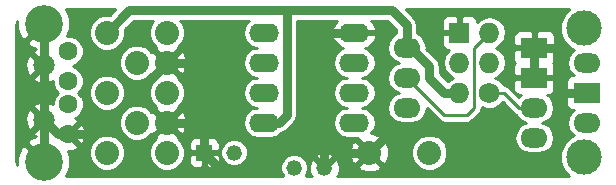
<source format=gbl>
%TF.GenerationSoftware,KiCad,Pcbnew,4.0.5-e0-6337~49~ubuntu16.04.1*%
%TF.CreationDate,2017-02-01T20:03:23+05:30*%
%TF.ProjectId,morseKEY,6D6F7273654B45592E6B696361645F70,rev?*%
%TF.FileFunction,Copper,L2,Bot,Signal*%
%FSLAX46Y46*%
G04 Gerber Fmt 4.6, Leading zero omitted, Abs format (unit mm)*
G04 Created by KiCad (PCBNEW 4.0.5-e0-6337~49~ubuntu16.04.1) date Wed Feb  1 20:03:23 2017*
%MOMM*%
%LPD*%
G01*
G04 APERTURE LIST*
%ADD10C,0.101600*%
%ADD11C,1.727200*%
%ADD12O,1.727200X1.727200*%
%ADD13R,1.727200X1.727200*%
%ADD14C,1.320800*%
%ADD15R,1.320800X1.320800*%
%ADD16O,2.540000X1.574800*%
%ADD17O,2.286000X1.651000*%
%ADD18R,2.286000X1.651000*%
%ADD19C,2.032000*%
%ADD20C,3.000000*%
%ADD21C,1.600000*%
%ADD22C,3.200000*%
%ADD23C,1.800000*%
%ADD24C,0.750000*%
%ADD25C,0.250000*%
%ADD26C,0.254000*%
G04 APERTURE END LIST*
D10*
D11*
X66040000Y-33020000D03*
D12*
X63500000Y-33020000D03*
X66040000Y-30480000D03*
X63500000Y-30480000D03*
X66040000Y-27940000D03*
D13*
X63500000Y-27940000D03*
D14*
X44450000Y-38100000D03*
D15*
X41910000Y-38100000D03*
D16*
X54610000Y-35560000D03*
X54610000Y-33020000D03*
X54610000Y-30480000D03*
X54610000Y-27940000D03*
X46990000Y-27940000D03*
X46990000Y-30480000D03*
X46990000Y-33020000D03*
X46990000Y-35560000D03*
D17*
X69850000Y-36830000D03*
X69850000Y-34290000D03*
D18*
X69850000Y-31750000D03*
X69850000Y-29210000D03*
D17*
X74295000Y-30480000D03*
D18*
X74295000Y-33020000D03*
D17*
X74295000Y-35560000D03*
D14*
X49530000Y-39370000D03*
X52070000Y-39370000D03*
D17*
X59055000Y-29210000D03*
X59055000Y-31750000D03*
X59055000Y-34290000D03*
D19*
X36195000Y-30480000D03*
X38735000Y-30480000D03*
X36195000Y-35560000D03*
X38735000Y-35560000D03*
X33655000Y-27940000D03*
X38735000Y-27940000D03*
X33655000Y-33020000D03*
X38735000Y-33020000D03*
X60960000Y-38100000D03*
X55880000Y-38100000D03*
X33655000Y-38100000D03*
X38735000Y-38100000D03*
D20*
X74041000Y-27559000D03*
X74041000Y-38481000D03*
D21*
X30400000Y-36520000D03*
X30400000Y-34020000D03*
X30400000Y-32020000D03*
X30400000Y-29520000D03*
D22*
X28300000Y-38870000D03*
X28300000Y-27170000D03*
D23*
X28300000Y-30720000D03*
X28300000Y-35320000D03*
D24*
X63500000Y-33020000D02*
X62230000Y-33020000D01*
X60960000Y-31750000D02*
X60960000Y-30797500D01*
X62230000Y-33020000D02*
X60960000Y-31750000D01*
X59372500Y-29210000D02*
X59055000Y-29210000D01*
X60960000Y-30797500D02*
X59372500Y-29210000D01*
X48895000Y-26035000D02*
X35560000Y-26035000D01*
X35560000Y-26035000D02*
X33655000Y-27940000D01*
X57785000Y-26035000D02*
X48895000Y-26035000D01*
X48895000Y-34925000D02*
X48895000Y-26035000D01*
X48260000Y-35560000D02*
X48895000Y-34925000D01*
X46990000Y-35560000D02*
X48260000Y-35560000D01*
X59055000Y-27305000D02*
X59055000Y-29210000D01*
X57785000Y-26035000D02*
X59055000Y-27305000D01*
X71755000Y-29210000D02*
X69850000Y-29210000D01*
X71755000Y-33020000D02*
X71755000Y-29210000D01*
X52070000Y-37465000D02*
X47879000Y-37465000D01*
X45720000Y-39624000D02*
X43434000Y-39624000D01*
X47879000Y-37465000D02*
X45720000Y-39624000D01*
X43434000Y-39624000D02*
X41910000Y-38100000D01*
X40640000Y-30480000D02*
X38735000Y-30480000D01*
X41910000Y-31750000D02*
X40640000Y-30480000D01*
X41910000Y-38100000D02*
X41910000Y-31750000D01*
X71755000Y-38100000D02*
X71120000Y-38735000D01*
X65405000Y-36195000D02*
X67945000Y-38735000D01*
X67945000Y-38735000D02*
X71120000Y-38735000D01*
X57785000Y-36195000D02*
X65405000Y-36195000D01*
X55880000Y-38100000D02*
X57785000Y-36195000D01*
X52070000Y-37465000D02*
X53340000Y-37465000D01*
X53975000Y-38100000D02*
X55880000Y-38100000D01*
X53340000Y-37465000D02*
X53975000Y-38100000D01*
X71755000Y-33020000D02*
X71755000Y-38100000D01*
X38735000Y-30480000D02*
X32710000Y-36505000D01*
X32710000Y-36505000D02*
X32710000Y-36520000D01*
X38735000Y-35560000D02*
X41910000Y-35560000D01*
X41910000Y-38100000D02*
X41910000Y-35560000D01*
X71755000Y-33020000D02*
X71755000Y-32385000D01*
X74295000Y-33020000D02*
X71755000Y-33020000D01*
X52070000Y-37465000D02*
X52070000Y-28575000D01*
X52070000Y-39370000D02*
X52070000Y-37465000D01*
X30400000Y-36520000D02*
X32710000Y-36520000D01*
X52070000Y-28575000D02*
X52705000Y-27940000D01*
X52705000Y-27940000D02*
X54610000Y-27940000D01*
X30400000Y-36520000D02*
X29500000Y-36520000D01*
X29500000Y-36520000D02*
X28300000Y-35320000D01*
X28300000Y-30720000D02*
X28300000Y-27170000D01*
X28300000Y-35320000D02*
X28300000Y-30720000D01*
X28300000Y-38870000D02*
X28300000Y-35320000D01*
X69850000Y-29210000D02*
X69850000Y-31750000D01*
D25*
X69850000Y-34290000D02*
X68580000Y-34290000D01*
X66040000Y-33020000D02*
X67261314Y-33020000D01*
X67261314Y-33020000D02*
X68531314Y-34290000D01*
X68531314Y-34290000D02*
X68580000Y-34290000D01*
X66040000Y-27940000D02*
X64770000Y-29210000D01*
X64770000Y-29210000D02*
X64770000Y-34290000D01*
X64770000Y-34290000D02*
X64135000Y-34925000D01*
X64135000Y-34925000D02*
X62230000Y-34925000D01*
X62230000Y-34925000D02*
X61595000Y-34290000D01*
X61595000Y-34290000D02*
X59055000Y-31750000D01*
D26*
G36*
X33930011Y-26416239D02*
X33353188Y-26415736D01*
X32792851Y-26647262D01*
X32363769Y-27075596D01*
X32131265Y-27635528D01*
X32130736Y-28241812D01*
X32362262Y-28802149D01*
X32790596Y-29231231D01*
X33350528Y-29463735D01*
X33956812Y-29464264D01*
X34517149Y-29232738D01*
X34946231Y-28804404D01*
X35178735Y-28244472D01*
X35179241Y-27664509D01*
X35925750Y-26918000D01*
X37601640Y-26918000D01*
X37443769Y-27075596D01*
X37211265Y-27635528D01*
X37210736Y-28241812D01*
X37442262Y-28802149D01*
X37806344Y-29166866D01*
X37750498Y-29315893D01*
X38735000Y-30300395D01*
X39719502Y-29315893D01*
X39663515Y-29166488D01*
X40026231Y-28804404D01*
X40258735Y-28244472D01*
X40259264Y-27638188D01*
X40027738Y-27077851D01*
X39868166Y-26918000D01*
X45715242Y-26918000D01*
X45556581Y-27024014D01*
X45275773Y-27444272D01*
X45177167Y-27940000D01*
X45275773Y-28435728D01*
X45556581Y-28855986D01*
X45976839Y-29136794D01*
X46344872Y-29210000D01*
X45976839Y-29283206D01*
X45556581Y-29564014D01*
X45275773Y-29984272D01*
X45177167Y-30480000D01*
X45275773Y-30975728D01*
X45556581Y-31395986D01*
X45976839Y-31676794D01*
X46344872Y-31750000D01*
X45976839Y-31823206D01*
X45556581Y-32104014D01*
X45275773Y-32524272D01*
X45177167Y-33020000D01*
X45275773Y-33515728D01*
X45556581Y-33935986D01*
X45976839Y-34216794D01*
X46344872Y-34290000D01*
X45976839Y-34363206D01*
X45556581Y-34644014D01*
X45275773Y-35064272D01*
X45177167Y-35560000D01*
X45275773Y-36055728D01*
X45556581Y-36475986D01*
X45976839Y-36756794D01*
X46472567Y-36855400D01*
X47507433Y-36855400D01*
X48003161Y-36756794D01*
X48423419Y-36475986D01*
X48473887Y-36400456D01*
X48597910Y-36375786D01*
X48884375Y-36184375D01*
X49519376Y-35549375D01*
X49710786Y-35262910D01*
X49778000Y-34925000D01*
X49778000Y-28287060D01*
X52747990Y-28287060D01*
X52764673Y-28366996D01*
X53031809Y-28855986D01*
X53465738Y-29205525D01*
X53676492Y-29267362D01*
X53596839Y-29283206D01*
X53176581Y-29564014D01*
X52895773Y-29984272D01*
X52797167Y-30480000D01*
X52895773Y-30975728D01*
X53176581Y-31395986D01*
X53596839Y-31676794D01*
X53964872Y-31750000D01*
X53596839Y-31823206D01*
X53176581Y-32104014D01*
X52895773Y-32524272D01*
X52797167Y-33020000D01*
X52895773Y-33515728D01*
X53176581Y-33935986D01*
X53596839Y-34216794D01*
X53964872Y-34290000D01*
X53596839Y-34363206D01*
X53176581Y-34644014D01*
X52895773Y-35064272D01*
X52797167Y-35560000D01*
X52895773Y-36055728D01*
X53176581Y-36475986D01*
X53596839Y-36756794D01*
X54092567Y-36855400D01*
X54925662Y-36855400D01*
X54895498Y-36935893D01*
X55880000Y-37920395D01*
X56864502Y-36935893D01*
X56763880Y-36667378D01*
X56148358Y-36438184D01*
X56066699Y-36441145D01*
X56324227Y-36055728D01*
X56422833Y-35560000D01*
X56324227Y-35064272D01*
X56043419Y-34644014D01*
X55623161Y-34363206D01*
X55255128Y-34290000D01*
X55623161Y-34216794D01*
X56043419Y-33935986D01*
X56324227Y-33515728D01*
X56422833Y-33020000D01*
X56324227Y-32524272D01*
X56043419Y-32104014D01*
X55623161Y-31823206D01*
X55255128Y-31750000D01*
X55623161Y-31676794D01*
X56043419Y-31395986D01*
X56324227Y-30975728D01*
X56422833Y-30480000D01*
X56324227Y-29984272D01*
X56043419Y-29564014D01*
X55623161Y-29283206D01*
X55543508Y-29267362D01*
X55754262Y-29205525D01*
X56188191Y-28855986D01*
X56455327Y-28366996D01*
X56472010Y-28287060D01*
X56349852Y-28067000D01*
X54737000Y-28067000D01*
X54737000Y-28087000D01*
X54483000Y-28087000D01*
X54483000Y-28067000D01*
X52870148Y-28067000D01*
X52747990Y-28287060D01*
X49778000Y-28287060D01*
X49778000Y-26918000D01*
X53163418Y-26918000D01*
X53031809Y-27024014D01*
X52764673Y-27513004D01*
X52747990Y-27592940D01*
X52870148Y-27813000D01*
X54483000Y-27813000D01*
X54483000Y-27793000D01*
X54737000Y-27793000D01*
X54737000Y-27813000D01*
X56349852Y-27813000D01*
X56472010Y-27592940D01*
X56455327Y-27513004D01*
X56188191Y-27024014D01*
X56056582Y-26918000D01*
X57419250Y-26918000D01*
X58172000Y-27670750D01*
X58172000Y-27993273D01*
X57762228Y-28267073D01*
X57473162Y-28699692D01*
X57371655Y-29210000D01*
X57473162Y-29720308D01*
X57762228Y-30152927D01*
X58194847Y-30441993D01*
X58385920Y-30480000D01*
X58194847Y-30518007D01*
X57762228Y-30807073D01*
X57473162Y-31239692D01*
X57371655Y-31750000D01*
X57473162Y-32260308D01*
X57762228Y-32692927D01*
X58194847Y-32981993D01*
X58385920Y-33020000D01*
X58194847Y-33058007D01*
X57762228Y-33347073D01*
X57473162Y-33779692D01*
X57371655Y-34290000D01*
X57473162Y-34800308D01*
X57762228Y-35232927D01*
X58194847Y-35521993D01*
X58705155Y-35623500D01*
X59404845Y-35623500D01*
X59915153Y-35521993D01*
X60347772Y-35232927D01*
X60636838Y-34800308D01*
X60731950Y-34322148D01*
X61147399Y-34737596D01*
X61147401Y-34737599D01*
X61782399Y-35372596D01*
X61782401Y-35372599D01*
X61987761Y-35509816D01*
X62000023Y-35512255D01*
X62230000Y-35558001D01*
X62230005Y-35558000D01*
X64134995Y-35558000D01*
X64135000Y-35558001D01*
X64377239Y-35509816D01*
X64582599Y-35372599D01*
X65217596Y-34737601D01*
X65217599Y-34737599D01*
X65354816Y-34532239D01*
X65362810Y-34492048D01*
X65403001Y-34290000D01*
X65403000Y-34289995D01*
X65403000Y-34240641D01*
X65765975Y-34391361D01*
X66311631Y-34391837D01*
X66815934Y-34183464D01*
X67173068Y-33826952D01*
X68083713Y-34737596D01*
X68083715Y-34737599D01*
X68289075Y-34874816D01*
X68322372Y-34881439D01*
X68557228Y-35232927D01*
X68989847Y-35521993D01*
X69180920Y-35560000D01*
X68989847Y-35598007D01*
X68557228Y-35887073D01*
X68268162Y-36319692D01*
X68166655Y-36830000D01*
X68268162Y-37340308D01*
X68557228Y-37772927D01*
X68989847Y-38061993D01*
X69500155Y-38163500D01*
X70199845Y-38163500D01*
X70710153Y-38061993D01*
X71142772Y-37772927D01*
X71431838Y-37340308D01*
X71533345Y-36830000D01*
X71431838Y-36319692D01*
X71142772Y-35887073D01*
X70710153Y-35598007D01*
X70519080Y-35560000D01*
X70710153Y-35521993D01*
X71142772Y-35232927D01*
X71431838Y-34800308D01*
X71533345Y-34290000D01*
X71431838Y-33779692D01*
X71142772Y-33347073D01*
X70938376Y-33210500D01*
X71119310Y-33210500D01*
X71352699Y-33113827D01*
X71531327Y-32935198D01*
X71628000Y-32701809D01*
X71628000Y-32035750D01*
X71469250Y-31877000D01*
X69977000Y-31877000D01*
X69977000Y-31897000D01*
X69723000Y-31897000D01*
X69723000Y-31877000D01*
X68230750Y-31877000D01*
X68072000Y-32035750D01*
X68072000Y-32701809D01*
X68168673Y-32935198D01*
X68347301Y-33113827D01*
X68580690Y-33210500D01*
X68761624Y-33210500D01*
X68557228Y-33347073D01*
X68527731Y-33391219D01*
X67708913Y-32572401D01*
X67503553Y-32435184D01*
X67262631Y-32387261D01*
X67203464Y-32244066D01*
X66817963Y-31857892D01*
X66564452Y-31752625D01*
X66591760Y-31747193D01*
X67036739Y-31449868D01*
X67334064Y-31004889D01*
X67438471Y-30480000D01*
X67334064Y-29955111D01*
X67036739Y-29510132D01*
X67015215Y-29495750D01*
X68072000Y-29495750D01*
X68072000Y-30161809D01*
X68168673Y-30395198D01*
X68253475Y-30480000D01*
X68168673Y-30564802D01*
X68072000Y-30798191D01*
X68072000Y-31464250D01*
X68230750Y-31623000D01*
X69723000Y-31623000D01*
X69723000Y-29337000D01*
X69977000Y-29337000D01*
X69977000Y-31623000D01*
X71469250Y-31623000D01*
X71628000Y-31464250D01*
X71628000Y-30798191D01*
X71531327Y-30564802D01*
X71446525Y-30480000D01*
X71531327Y-30395198D01*
X71628000Y-30161809D01*
X71628000Y-29495750D01*
X71469250Y-29337000D01*
X69977000Y-29337000D01*
X69723000Y-29337000D01*
X68230750Y-29337000D01*
X68072000Y-29495750D01*
X67015215Y-29495750D01*
X66591760Y-29212807D01*
X66577648Y-29210000D01*
X66591760Y-29207193D01*
X67036739Y-28909868D01*
X67334064Y-28464889D01*
X67375178Y-28258191D01*
X68072000Y-28258191D01*
X68072000Y-28924250D01*
X68230750Y-29083000D01*
X69723000Y-29083000D01*
X69723000Y-27908250D01*
X69977000Y-27908250D01*
X69977000Y-29083000D01*
X71469250Y-29083000D01*
X71628000Y-28924250D01*
X71628000Y-28258191D01*
X71531327Y-28024802D01*
X71352699Y-27846173D01*
X71119310Y-27749500D01*
X70135750Y-27749500D01*
X69977000Y-27908250D01*
X69723000Y-27908250D01*
X69564250Y-27749500D01*
X68580690Y-27749500D01*
X68347301Y-27846173D01*
X68168673Y-28024802D01*
X68072000Y-28258191D01*
X67375178Y-28258191D01*
X67438471Y-27940000D01*
X67334064Y-27415111D01*
X67036739Y-26970132D01*
X66591760Y-26672807D01*
X66066871Y-26568400D01*
X66013129Y-26568400D01*
X65488240Y-26672807D01*
X65043261Y-26970132D01*
X64998600Y-27036972D01*
X64998600Y-26950090D01*
X64901927Y-26716701D01*
X64723298Y-26538073D01*
X64489909Y-26441400D01*
X63785750Y-26441400D01*
X63627000Y-26600150D01*
X63627000Y-27813000D01*
X63647000Y-27813000D01*
X63647000Y-28067000D01*
X63627000Y-28067000D01*
X63627000Y-28087000D01*
X63373000Y-28087000D01*
X63373000Y-28067000D01*
X62160150Y-28067000D01*
X62001400Y-28225750D01*
X62001400Y-28929910D01*
X62098073Y-29163299D01*
X62276702Y-29341927D01*
X62510091Y-29438600D01*
X62610316Y-29438600D01*
X62503261Y-29510132D01*
X62205936Y-29955111D01*
X62101529Y-30480000D01*
X62205936Y-31004889D01*
X62503261Y-31449868D01*
X62948240Y-31747193D01*
X62962352Y-31750000D01*
X62948240Y-31752807D01*
X62506631Y-32047881D01*
X61843000Y-31384250D01*
X61843000Y-30797500D01*
X61796714Y-30564802D01*
X61775786Y-30459590D01*
X61584375Y-30173125D01*
X60718918Y-29307668D01*
X60738345Y-29210000D01*
X60636838Y-28699692D01*
X60347772Y-28267073D01*
X59938000Y-27993273D01*
X59938000Y-27305000D01*
X59870786Y-26967091D01*
X59859427Y-26950090D01*
X62001400Y-26950090D01*
X62001400Y-27654250D01*
X62160150Y-27813000D01*
X63373000Y-27813000D01*
X63373000Y-26600150D01*
X63214250Y-26441400D01*
X62510091Y-26441400D01*
X62276702Y-26538073D01*
X62098073Y-26716701D01*
X62001400Y-26950090D01*
X59859427Y-26950090D01*
X59679375Y-26680625D01*
X58981750Y-25983000D01*
X72777531Y-25983000D01*
X72339693Y-26420074D01*
X72033349Y-27157832D01*
X72032652Y-27956664D01*
X72337708Y-28694955D01*
X72902074Y-29260307D01*
X73219300Y-29392031D01*
X73002228Y-29537073D01*
X72713162Y-29969692D01*
X72611655Y-30480000D01*
X72713162Y-30990308D01*
X73002228Y-31422927D01*
X73206624Y-31559500D01*
X73025691Y-31559500D01*
X72792302Y-31656173D01*
X72613673Y-31834801D01*
X72517000Y-32068190D01*
X72517000Y-32734250D01*
X72675750Y-32893000D01*
X74168000Y-32893000D01*
X74168000Y-32873000D01*
X74422000Y-32873000D01*
X74422000Y-32893000D01*
X74442000Y-32893000D01*
X74442000Y-33147000D01*
X74422000Y-33147000D01*
X74422000Y-33167000D01*
X74168000Y-33167000D01*
X74168000Y-33147000D01*
X72675750Y-33147000D01*
X72517000Y-33305750D01*
X72517000Y-33971810D01*
X72613673Y-34205199D01*
X72792302Y-34383827D01*
X73025691Y-34480500D01*
X73206624Y-34480500D01*
X73002228Y-34617073D01*
X72713162Y-35049692D01*
X72611655Y-35560000D01*
X72713162Y-36070308D01*
X73002228Y-36502927D01*
X73219199Y-36647902D01*
X72905045Y-36777708D01*
X72339693Y-37342074D01*
X72033349Y-38079832D01*
X72032652Y-38878664D01*
X72337708Y-39616955D01*
X72776986Y-40057000D01*
X53139051Y-40057000D01*
X53208229Y-40039991D01*
X53377981Y-39553410D01*
X53361464Y-39264107D01*
X54895498Y-39264107D01*
X54996120Y-39532622D01*
X55611642Y-39761816D01*
X56268019Y-39738014D01*
X56763880Y-39532622D01*
X56864502Y-39264107D01*
X55880000Y-38279605D01*
X54895498Y-39264107D01*
X53361464Y-39264107D01*
X53348605Y-39038906D01*
X53208229Y-38700009D01*
X52976558Y-38643047D01*
X52249605Y-39370000D01*
X52263748Y-39384143D01*
X52084143Y-39563748D01*
X52070000Y-39549605D01*
X52055858Y-39563748D01*
X51876253Y-39384143D01*
X51890395Y-39370000D01*
X51163442Y-38643047D01*
X50931771Y-38700009D01*
X50762019Y-39186590D01*
X50791395Y-39701094D01*
X50931771Y-40039991D01*
X51000949Y-40057000D01*
X50495610Y-40057000D01*
X50519943Y-40032709D01*
X50698196Y-39603429D01*
X50698602Y-39138611D01*
X50521099Y-38709019D01*
X50275950Y-38463442D01*
X51343047Y-38463442D01*
X52070000Y-39190395D01*
X52796953Y-38463442D01*
X52739991Y-38231771D01*
X52253410Y-38062019D01*
X51738906Y-38091395D01*
X51400009Y-38231771D01*
X51343047Y-38463442D01*
X50275950Y-38463442D01*
X50192709Y-38380057D01*
X49763429Y-38201804D01*
X49298611Y-38201398D01*
X48869019Y-38378901D01*
X48540057Y-38707291D01*
X48361804Y-39136571D01*
X48361398Y-39601389D01*
X48538901Y-40030981D01*
X48564875Y-40057000D01*
X30234167Y-40057000D01*
X30542026Y-39277654D01*
X30527583Y-38401812D01*
X32130736Y-38401812D01*
X32362262Y-38962149D01*
X32790596Y-39391231D01*
X33350528Y-39623735D01*
X33956812Y-39624264D01*
X34517149Y-39392738D01*
X34946231Y-38964404D01*
X35178735Y-38404472D01*
X35178737Y-38401812D01*
X37210736Y-38401812D01*
X37442262Y-38962149D01*
X37870596Y-39391231D01*
X38430528Y-39623735D01*
X39036812Y-39624264D01*
X39597149Y-39392738D01*
X40026231Y-38964404D01*
X40258735Y-38404472D01*
X40258751Y-38385750D01*
X40614600Y-38385750D01*
X40614600Y-38886710D01*
X40711273Y-39120099D01*
X40889902Y-39298727D01*
X41123291Y-39395400D01*
X41624250Y-39395400D01*
X41783000Y-39236650D01*
X41783000Y-38227000D01*
X42037000Y-38227000D01*
X42037000Y-39236650D01*
X42195750Y-39395400D01*
X42696709Y-39395400D01*
X42930098Y-39298727D01*
X43108727Y-39120099D01*
X43205400Y-38886710D01*
X43205400Y-38385750D01*
X43151039Y-38331389D01*
X43281398Y-38331389D01*
X43458901Y-38760981D01*
X43787291Y-39089943D01*
X44216571Y-39268196D01*
X44681389Y-39268602D01*
X45110981Y-39091099D01*
X45439943Y-38762709D01*
X45618196Y-38333429D01*
X45618602Y-37868611D01*
X45603327Y-37831642D01*
X54218184Y-37831642D01*
X54241986Y-38488019D01*
X54447378Y-38983880D01*
X54715893Y-39084502D01*
X55700395Y-38100000D01*
X56059605Y-38100000D01*
X57044107Y-39084502D01*
X57312622Y-38983880D01*
X57529359Y-38401812D01*
X59435736Y-38401812D01*
X59667262Y-38962149D01*
X60095596Y-39391231D01*
X60655528Y-39623735D01*
X61261812Y-39624264D01*
X61822149Y-39392738D01*
X62251231Y-38964404D01*
X62483735Y-38404472D01*
X62484264Y-37798188D01*
X62252738Y-37237851D01*
X61824404Y-36808769D01*
X61264472Y-36576265D01*
X60658188Y-36575736D01*
X60097851Y-36807262D01*
X59668769Y-37235596D01*
X59436265Y-37795528D01*
X59435736Y-38401812D01*
X57529359Y-38401812D01*
X57541816Y-38368358D01*
X57518014Y-37711981D01*
X57312622Y-37216120D01*
X57044107Y-37115498D01*
X56059605Y-38100000D01*
X55700395Y-38100000D01*
X54715893Y-37115498D01*
X54447378Y-37216120D01*
X54218184Y-37831642D01*
X45603327Y-37831642D01*
X45441099Y-37439019D01*
X45112709Y-37110057D01*
X44683429Y-36931804D01*
X44218611Y-36931398D01*
X43789019Y-37108901D01*
X43460057Y-37437291D01*
X43281804Y-37866571D01*
X43281398Y-38331389D01*
X43151039Y-38331389D01*
X43046650Y-38227000D01*
X42037000Y-38227000D01*
X41783000Y-38227000D01*
X40773350Y-38227000D01*
X40614600Y-38385750D01*
X40258751Y-38385750D01*
X40259264Y-37798188D01*
X40058909Y-37313290D01*
X40614600Y-37313290D01*
X40614600Y-37814250D01*
X40773350Y-37973000D01*
X41783000Y-37973000D01*
X41783000Y-36963350D01*
X42037000Y-36963350D01*
X42037000Y-37973000D01*
X43046650Y-37973000D01*
X43205400Y-37814250D01*
X43205400Y-37313290D01*
X43108727Y-37079901D01*
X42930098Y-36901273D01*
X42696709Y-36804600D01*
X42195750Y-36804600D01*
X42037000Y-36963350D01*
X41783000Y-36963350D01*
X41624250Y-36804600D01*
X41123291Y-36804600D01*
X40889902Y-36901273D01*
X40711273Y-37079901D01*
X40614600Y-37313290D01*
X40058909Y-37313290D01*
X40027738Y-37237851D01*
X39663656Y-36873134D01*
X39719502Y-36724107D01*
X38735000Y-35739605D01*
X37750498Y-36724107D01*
X37806485Y-36873512D01*
X37443769Y-37235596D01*
X37211265Y-37795528D01*
X37210736Y-38401812D01*
X35178737Y-38401812D01*
X35179264Y-37798188D01*
X34947738Y-37237851D01*
X34519404Y-36808769D01*
X33959472Y-36576265D01*
X33353188Y-36575736D01*
X32792851Y-36807262D01*
X32363769Y-37235596D01*
X32131265Y-37795528D01*
X32130736Y-38401812D01*
X30527583Y-38401812D01*
X30527365Y-38388637D01*
X30349421Y-37959041D01*
X30753454Y-37939778D01*
X31154005Y-37773864D01*
X31228139Y-37527745D01*
X30400000Y-36699605D01*
X30385858Y-36713748D01*
X30206253Y-36534143D01*
X30220395Y-36520000D01*
X30579605Y-36520000D01*
X31407745Y-37348139D01*
X31653864Y-37274005D01*
X31846965Y-36736777D01*
X31819778Y-36166546D01*
X31693553Y-35861812D01*
X34670736Y-35861812D01*
X34902262Y-36422149D01*
X35330596Y-36851231D01*
X35890528Y-37083735D01*
X36496812Y-37084264D01*
X37057149Y-36852738D01*
X37421866Y-36488656D01*
X37570893Y-36544502D01*
X38555395Y-35560000D01*
X38914605Y-35560000D01*
X39899107Y-36544502D01*
X40167622Y-36443880D01*
X40396816Y-35828358D01*
X40373014Y-35171981D01*
X40167622Y-34676120D01*
X39899107Y-34575498D01*
X38914605Y-35560000D01*
X38555395Y-35560000D01*
X37570893Y-34575498D01*
X37421488Y-34631485D01*
X37059404Y-34268769D01*
X36499472Y-34036265D01*
X35893188Y-34035736D01*
X35332851Y-34267262D01*
X34903769Y-34695596D01*
X34671265Y-35255528D01*
X34670736Y-35861812D01*
X31693553Y-35861812D01*
X31653864Y-35765995D01*
X31407745Y-35691861D01*
X30579605Y-36520000D01*
X30220395Y-36520000D01*
X30206252Y-36505858D01*
X30385858Y-36326252D01*
X30400000Y-36340395D01*
X31228139Y-35512255D01*
X31154005Y-35266136D01*
X30969665Y-35199877D01*
X31139954Y-35129515D01*
X31508222Y-34761890D01*
X31707772Y-34281319D01*
X31708226Y-33760964D01*
X31526773Y-33321812D01*
X32130736Y-33321812D01*
X32362262Y-33882149D01*
X32790596Y-34311231D01*
X33350528Y-34543735D01*
X33956812Y-34544264D01*
X34517149Y-34312738D01*
X34946231Y-33884404D01*
X35178735Y-33324472D01*
X35178737Y-33321812D01*
X37210736Y-33321812D01*
X37442262Y-33882149D01*
X37806344Y-34246866D01*
X37750498Y-34395893D01*
X38735000Y-35380395D01*
X39719502Y-34395893D01*
X39663515Y-34246488D01*
X40026231Y-33884404D01*
X40258735Y-33324472D01*
X40259264Y-32718188D01*
X40027738Y-32157851D01*
X39663656Y-31793134D01*
X39719502Y-31644107D01*
X38735000Y-30659605D01*
X37750498Y-31644107D01*
X37806485Y-31793512D01*
X37443769Y-32155596D01*
X37211265Y-32715528D01*
X37210736Y-33321812D01*
X35178737Y-33321812D01*
X35179264Y-32718188D01*
X34947738Y-32157851D01*
X34519404Y-31728769D01*
X33959472Y-31496265D01*
X33353188Y-31495736D01*
X32792851Y-31727262D01*
X32363769Y-32155596D01*
X32131265Y-32715528D01*
X32130736Y-33321812D01*
X31526773Y-33321812D01*
X31509515Y-33280046D01*
X31249792Y-33019869D01*
X31508222Y-32761890D01*
X31707772Y-32281319D01*
X31708226Y-31760964D01*
X31509515Y-31280046D01*
X31141890Y-30911778D01*
X30828897Y-30781812D01*
X34670736Y-30781812D01*
X34902262Y-31342149D01*
X35330596Y-31771231D01*
X35890528Y-32003735D01*
X36496812Y-32004264D01*
X37057149Y-31772738D01*
X37421866Y-31408656D01*
X37570893Y-31464502D01*
X38555395Y-30480000D01*
X38914605Y-30480000D01*
X39899107Y-31464502D01*
X40167622Y-31363880D01*
X40396816Y-30748358D01*
X40373014Y-30091981D01*
X40167622Y-29596120D01*
X39899107Y-29495498D01*
X38914605Y-30480000D01*
X38555395Y-30480000D01*
X37570893Y-29495498D01*
X37421488Y-29551485D01*
X37059404Y-29188769D01*
X36499472Y-28956265D01*
X35893188Y-28955736D01*
X35332851Y-29187262D01*
X34903769Y-29615596D01*
X34671265Y-30175528D01*
X34670736Y-30781812D01*
X30828897Y-30781812D01*
X30800202Y-30769897D01*
X31139954Y-30629515D01*
X31508222Y-30261890D01*
X31707772Y-29781319D01*
X31708226Y-29260964D01*
X31509515Y-28780046D01*
X31141890Y-28411778D01*
X30661319Y-28212228D01*
X30291483Y-28211905D01*
X30542026Y-27577654D01*
X30527365Y-26688637D01*
X30235081Y-25983000D01*
X34363250Y-25983000D01*
X33930011Y-26416239D01*
X33930011Y-26416239D01*
G37*
X33930011Y-26416239D02*
X33353188Y-26415736D01*
X32792851Y-26647262D01*
X32363769Y-27075596D01*
X32131265Y-27635528D01*
X32130736Y-28241812D01*
X32362262Y-28802149D01*
X32790596Y-29231231D01*
X33350528Y-29463735D01*
X33956812Y-29464264D01*
X34517149Y-29232738D01*
X34946231Y-28804404D01*
X35178735Y-28244472D01*
X35179241Y-27664509D01*
X35925750Y-26918000D01*
X37601640Y-26918000D01*
X37443769Y-27075596D01*
X37211265Y-27635528D01*
X37210736Y-28241812D01*
X37442262Y-28802149D01*
X37806344Y-29166866D01*
X37750498Y-29315893D01*
X38735000Y-30300395D01*
X39719502Y-29315893D01*
X39663515Y-29166488D01*
X40026231Y-28804404D01*
X40258735Y-28244472D01*
X40259264Y-27638188D01*
X40027738Y-27077851D01*
X39868166Y-26918000D01*
X45715242Y-26918000D01*
X45556581Y-27024014D01*
X45275773Y-27444272D01*
X45177167Y-27940000D01*
X45275773Y-28435728D01*
X45556581Y-28855986D01*
X45976839Y-29136794D01*
X46344872Y-29210000D01*
X45976839Y-29283206D01*
X45556581Y-29564014D01*
X45275773Y-29984272D01*
X45177167Y-30480000D01*
X45275773Y-30975728D01*
X45556581Y-31395986D01*
X45976839Y-31676794D01*
X46344872Y-31750000D01*
X45976839Y-31823206D01*
X45556581Y-32104014D01*
X45275773Y-32524272D01*
X45177167Y-33020000D01*
X45275773Y-33515728D01*
X45556581Y-33935986D01*
X45976839Y-34216794D01*
X46344872Y-34290000D01*
X45976839Y-34363206D01*
X45556581Y-34644014D01*
X45275773Y-35064272D01*
X45177167Y-35560000D01*
X45275773Y-36055728D01*
X45556581Y-36475986D01*
X45976839Y-36756794D01*
X46472567Y-36855400D01*
X47507433Y-36855400D01*
X48003161Y-36756794D01*
X48423419Y-36475986D01*
X48473887Y-36400456D01*
X48597910Y-36375786D01*
X48884375Y-36184375D01*
X49519376Y-35549375D01*
X49710786Y-35262910D01*
X49778000Y-34925000D01*
X49778000Y-28287060D01*
X52747990Y-28287060D01*
X52764673Y-28366996D01*
X53031809Y-28855986D01*
X53465738Y-29205525D01*
X53676492Y-29267362D01*
X53596839Y-29283206D01*
X53176581Y-29564014D01*
X52895773Y-29984272D01*
X52797167Y-30480000D01*
X52895773Y-30975728D01*
X53176581Y-31395986D01*
X53596839Y-31676794D01*
X53964872Y-31750000D01*
X53596839Y-31823206D01*
X53176581Y-32104014D01*
X52895773Y-32524272D01*
X52797167Y-33020000D01*
X52895773Y-33515728D01*
X53176581Y-33935986D01*
X53596839Y-34216794D01*
X53964872Y-34290000D01*
X53596839Y-34363206D01*
X53176581Y-34644014D01*
X52895773Y-35064272D01*
X52797167Y-35560000D01*
X52895773Y-36055728D01*
X53176581Y-36475986D01*
X53596839Y-36756794D01*
X54092567Y-36855400D01*
X54925662Y-36855400D01*
X54895498Y-36935893D01*
X55880000Y-37920395D01*
X56864502Y-36935893D01*
X56763880Y-36667378D01*
X56148358Y-36438184D01*
X56066699Y-36441145D01*
X56324227Y-36055728D01*
X56422833Y-35560000D01*
X56324227Y-35064272D01*
X56043419Y-34644014D01*
X55623161Y-34363206D01*
X55255128Y-34290000D01*
X55623161Y-34216794D01*
X56043419Y-33935986D01*
X56324227Y-33515728D01*
X56422833Y-33020000D01*
X56324227Y-32524272D01*
X56043419Y-32104014D01*
X55623161Y-31823206D01*
X55255128Y-31750000D01*
X55623161Y-31676794D01*
X56043419Y-31395986D01*
X56324227Y-30975728D01*
X56422833Y-30480000D01*
X56324227Y-29984272D01*
X56043419Y-29564014D01*
X55623161Y-29283206D01*
X55543508Y-29267362D01*
X55754262Y-29205525D01*
X56188191Y-28855986D01*
X56455327Y-28366996D01*
X56472010Y-28287060D01*
X56349852Y-28067000D01*
X54737000Y-28067000D01*
X54737000Y-28087000D01*
X54483000Y-28087000D01*
X54483000Y-28067000D01*
X52870148Y-28067000D01*
X52747990Y-28287060D01*
X49778000Y-28287060D01*
X49778000Y-26918000D01*
X53163418Y-26918000D01*
X53031809Y-27024014D01*
X52764673Y-27513004D01*
X52747990Y-27592940D01*
X52870148Y-27813000D01*
X54483000Y-27813000D01*
X54483000Y-27793000D01*
X54737000Y-27793000D01*
X54737000Y-27813000D01*
X56349852Y-27813000D01*
X56472010Y-27592940D01*
X56455327Y-27513004D01*
X56188191Y-27024014D01*
X56056582Y-26918000D01*
X57419250Y-26918000D01*
X58172000Y-27670750D01*
X58172000Y-27993273D01*
X57762228Y-28267073D01*
X57473162Y-28699692D01*
X57371655Y-29210000D01*
X57473162Y-29720308D01*
X57762228Y-30152927D01*
X58194847Y-30441993D01*
X58385920Y-30480000D01*
X58194847Y-30518007D01*
X57762228Y-30807073D01*
X57473162Y-31239692D01*
X57371655Y-31750000D01*
X57473162Y-32260308D01*
X57762228Y-32692927D01*
X58194847Y-32981993D01*
X58385920Y-33020000D01*
X58194847Y-33058007D01*
X57762228Y-33347073D01*
X57473162Y-33779692D01*
X57371655Y-34290000D01*
X57473162Y-34800308D01*
X57762228Y-35232927D01*
X58194847Y-35521993D01*
X58705155Y-35623500D01*
X59404845Y-35623500D01*
X59915153Y-35521993D01*
X60347772Y-35232927D01*
X60636838Y-34800308D01*
X60731950Y-34322148D01*
X61147399Y-34737596D01*
X61147401Y-34737599D01*
X61782399Y-35372596D01*
X61782401Y-35372599D01*
X61987761Y-35509816D01*
X62000023Y-35512255D01*
X62230000Y-35558001D01*
X62230005Y-35558000D01*
X64134995Y-35558000D01*
X64135000Y-35558001D01*
X64377239Y-35509816D01*
X64582599Y-35372599D01*
X65217596Y-34737601D01*
X65217599Y-34737599D01*
X65354816Y-34532239D01*
X65362810Y-34492048D01*
X65403001Y-34290000D01*
X65403000Y-34289995D01*
X65403000Y-34240641D01*
X65765975Y-34391361D01*
X66311631Y-34391837D01*
X66815934Y-34183464D01*
X67173068Y-33826952D01*
X68083713Y-34737596D01*
X68083715Y-34737599D01*
X68289075Y-34874816D01*
X68322372Y-34881439D01*
X68557228Y-35232927D01*
X68989847Y-35521993D01*
X69180920Y-35560000D01*
X68989847Y-35598007D01*
X68557228Y-35887073D01*
X68268162Y-36319692D01*
X68166655Y-36830000D01*
X68268162Y-37340308D01*
X68557228Y-37772927D01*
X68989847Y-38061993D01*
X69500155Y-38163500D01*
X70199845Y-38163500D01*
X70710153Y-38061993D01*
X71142772Y-37772927D01*
X71431838Y-37340308D01*
X71533345Y-36830000D01*
X71431838Y-36319692D01*
X71142772Y-35887073D01*
X70710153Y-35598007D01*
X70519080Y-35560000D01*
X70710153Y-35521993D01*
X71142772Y-35232927D01*
X71431838Y-34800308D01*
X71533345Y-34290000D01*
X71431838Y-33779692D01*
X71142772Y-33347073D01*
X70938376Y-33210500D01*
X71119310Y-33210500D01*
X71352699Y-33113827D01*
X71531327Y-32935198D01*
X71628000Y-32701809D01*
X71628000Y-32035750D01*
X71469250Y-31877000D01*
X69977000Y-31877000D01*
X69977000Y-31897000D01*
X69723000Y-31897000D01*
X69723000Y-31877000D01*
X68230750Y-31877000D01*
X68072000Y-32035750D01*
X68072000Y-32701809D01*
X68168673Y-32935198D01*
X68347301Y-33113827D01*
X68580690Y-33210500D01*
X68761624Y-33210500D01*
X68557228Y-33347073D01*
X68527731Y-33391219D01*
X67708913Y-32572401D01*
X67503553Y-32435184D01*
X67262631Y-32387261D01*
X67203464Y-32244066D01*
X66817963Y-31857892D01*
X66564452Y-31752625D01*
X66591760Y-31747193D01*
X67036739Y-31449868D01*
X67334064Y-31004889D01*
X67438471Y-30480000D01*
X67334064Y-29955111D01*
X67036739Y-29510132D01*
X67015215Y-29495750D01*
X68072000Y-29495750D01*
X68072000Y-30161809D01*
X68168673Y-30395198D01*
X68253475Y-30480000D01*
X68168673Y-30564802D01*
X68072000Y-30798191D01*
X68072000Y-31464250D01*
X68230750Y-31623000D01*
X69723000Y-31623000D01*
X69723000Y-29337000D01*
X69977000Y-29337000D01*
X69977000Y-31623000D01*
X71469250Y-31623000D01*
X71628000Y-31464250D01*
X71628000Y-30798191D01*
X71531327Y-30564802D01*
X71446525Y-30480000D01*
X71531327Y-30395198D01*
X71628000Y-30161809D01*
X71628000Y-29495750D01*
X71469250Y-29337000D01*
X69977000Y-29337000D01*
X69723000Y-29337000D01*
X68230750Y-29337000D01*
X68072000Y-29495750D01*
X67015215Y-29495750D01*
X66591760Y-29212807D01*
X66577648Y-29210000D01*
X66591760Y-29207193D01*
X67036739Y-28909868D01*
X67334064Y-28464889D01*
X67375178Y-28258191D01*
X68072000Y-28258191D01*
X68072000Y-28924250D01*
X68230750Y-29083000D01*
X69723000Y-29083000D01*
X69723000Y-27908250D01*
X69977000Y-27908250D01*
X69977000Y-29083000D01*
X71469250Y-29083000D01*
X71628000Y-28924250D01*
X71628000Y-28258191D01*
X71531327Y-28024802D01*
X71352699Y-27846173D01*
X71119310Y-27749500D01*
X70135750Y-27749500D01*
X69977000Y-27908250D01*
X69723000Y-27908250D01*
X69564250Y-27749500D01*
X68580690Y-27749500D01*
X68347301Y-27846173D01*
X68168673Y-28024802D01*
X68072000Y-28258191D01*
X67375178Y-28258191D01*
X67438471Y-27940000D01*
X67334064Y-27415111D01*
X67036739Y-26970132D01*
X66591760Y-26672807D01*
X66066871Y-26568400D01*
X66013129Y-26568400D01*
X65488240Y-26672807D01*
X65043261Y-26970132D01*
X64998600Y-27036972D01*
X64998600Y-26950090D01*
X64901927Y-26716701D01*
X64723298Y-26538073D01*
X64489909Y-26441400D01*
X63785750Y-26441400D01*
X63627000Y-26600150D01*
X63627000Y-27813000D01*
X63647000Y-27813000D01*
X63647000Y-28067000D01*
X63627000Y-28067000D01*
X63627000Y-28087000D01*
X63373000Y-28087000D01*
X63373000Y-28067000D01*
X62160150Y-28067000D01*
X62001400Y-28225750D01*
X62001400Y-28929910D01*
X62098073Y-29163299D01*
X62276702Y-29341927D01*
X62510091Y-29438600D01*
X62610316Y-29438600D01*
X62503261Y-29510132D01*
X62205936Y-29955111D01*
X62101529Y-30480000D01*
X62205936Y-31004889D01*
X62503261Y-31449868D01*
X62948240Y-31747193D01*
X62962352Y-31750000D01*
X62948240Y-31752807D01*
X62506631Y-32047881D01*
X61843000Y-31384250D01*
X61843000Y-30797500D01*
X61796714Y-30564802D01*
X61775786Y-30459590D01*
X61584375Y-30173125D01*
X60718918Y-29307668D01*
X60738345Y-29210000D01*
X60636838Y-28699692D01*
X60347772Y-28267073D01*
X59938000Y-27993273D01*
X59938000Y-27305000D01*
X59870786Y-26967091D01*
X59859427Y-26950090D01*
X62001400Y-26950090D01*
X62001400Y-27654250D01*
X62160150Y-27813000D01*
X63373000Y-27813000D01*
X63373000Y-26600150D01*
X63214250Y-26441400D01*
X62510091Y-26441400D01*
X62276702Y-26538073D01*
X62098073Y-26716701D01*
X62001400Y-26950090D01*
X59859427Y-26950090D01*
X59679375Y-26680625D01*
X58981750Y-25983000D01*
X72777531Y-25983000D01*
X72339693Y-26420074D01*
X72033349Y-27157832D01*
X72032652Y-27956664D01*
X72337708Y-28694955D01*
X72902074Y-29260307D01*
X73219300Y-29392031D01*
X73002228Y-29537073D01*
X72713162Y-29969692D01*
X72611655Y-30480000D01*
X72713162Y-30990308D01*
X73002228Y-31422927D01*
X73206624Y-31559500D01*
X73025691Y-31559500D01*
X72792302Y-31656173D01*
X72613673Y-31834801D01*
X72517000Y-32068190D01*
X72517000Y-32734250D01*
X72675750Y-32893000D01*
X74168000Y-32893000D01*
X74168000Y-32873000D01*
X74422000Y-32873000D01*
X74422000Y-32893000D01*
X74442000Y-32893000D01*
X74442000Y-33147000D01*
X74422000Y-33147000D01*
X74422000Y-33167000D01*
X74168000Y-33167000D01*
X74168000Y-33147000D01*
X72675750Y-33147000D01*
X72517000Y-33305750D01*
X72517000Y-33971810D01*
X72613673Y-34205199D01*
X72792302Y-34383827D01*
X73025691Y-34480500D01*
X73206624Y-34480500D01*
X73002228Y-34617073D01*
X72713162Y-35049692D01*
X72611655Y-35560000D01*
X72713162Y-36070308D01*
X73002228Y-36502927D01*
X73219199Y-36647902D01*
X72905045Y-36777708D01*
X72339693Y-37342074D01*
X72033349Y-38079832D01*
X72032652Y-38878664D01*
X72337708Y-39616955D01*
X72776986Y-40057000D01*
X53139051Y-40057000D01*
X53208229Y-40039991D01*
X53377981Y-39553410D01*
X53361464Y-39264107D01*
X54895498Y-39264107D01*
X54996120Y-39532622D01*
X55611642Y-39761816D01*
X56268019Y-39738014D01*
X56763880Y-39532622D01*
X56864502Y-39264107D01*
X55880000Y-38279605D01*
X54895498Y-39264107D01*
X53361464Y-39264107D01*
X53348605Y-39038906D01*
X53208229Y-38700009D01*
X52976558Y-38643047D01*
X52249605Y-39370000D01*
X52263748Y-39384143D01*
X52084143Y-39563748D01*
X52070000Y-39549605D01*
X52055858Y-39563748D01*
X51876253Y-39384143D01*
X51890395Y-39370000D01*
X51163442Y-38643047D01*
X50931771Y-38700009D01*
X50762019Y-39186590D01*
X50791395Y-39701094D01*
X50931771Y-40039991D01*
X51000949Y-40057000D01*
X50495610Y-40057000D01*
X50519943Y-40032709D01*
X50698196Y-39603429D01*
X50698602Y-39138611D01*
X50521099Y-38709019D01*
X50275950Y-38463442D01*
X51343047Y-38463442D01*
X52070000Y-39190395D01*
X52796953Y-38463442D01*
X52739991Y-38231771D01*
X52253410Y-38062019D01*
X51738906Y-38091395D01*
X51400009Y-38231771D01*
X51343047Y-38463442D01*
X50275950Y-38463442D01*
X50192709Y-38380057D01*
X49763429Y-38201804D01*
X49298611Y-38201398D01*
X48869019Y-38378901D01*
X48540057Y-38707291D01*
X48361804Y-39136571D01*
X48361398Y-39601389D01*
X48538901Y-40030981D01*
X48564875Y-40057000D01*
X30234167Y-40057000D01*
X30542026Y-39277654D01*
X30527583Y-38401812D01*
X32130736Y-38401812D01*
X32362262Y-38962149D01*
X32790596Y-39391231D01*
X33350528Y-39623735D01*
X33956812Y-39624264D01*
X34517149Y-39392738D01*
X34946231Y-38964404D01*
X35178735Y-38404472D01*
X35178737Y-38401812D01*
X37210736Y-38401812D01*
X37442262Y-38962149D01*
X37870596Y-39391231D01*
X38430528Y-39623735D01*
X39036812Y-39624264D01*
X39597149Y-39392738D01*
X40026231Y-38964404D01*
X40258735Y-38404472D01*
X40258751Y-38385750D01*
X40614600Y-38385750D01*
X40614600Y-38886710D01*
X40711273Y-39120099D01*
X40889902Y-39298727D01*
X41123291Y-39395400D01*
X41624250Y-39395400D01*
X41783000Y-39236650D01*
X41783000Y-38227000D01*
X42037000Y-38227000D01*
X42037000Y-39236650D01*
X42195750Y-39395400D01*
X42696709Y-39395400D01*
X42930098Y-39298727D01*
X43108727Y-39120099D01*
X43205400Y-38886710D01*
X43205400Y-38385750D01*
X43151039Y-38331389D01*
X43281398Y-38331389D01*
X43458901Y-38760981D01*
X43787291Y-39089943D01*
X44216571Y-39268196D01*
X44681389Y-39268602D01*
X45110981Y-39091099D01*
X45439943Y-38762709D01*
X45618196Y-38333429D01*
X45618602Y-37868611D01*
X45603327Y-37831642D01*
X54218184Y-37831642D01*
X54241986Y-38488019D01*
X54447378Y-38983880D01*
X54715893Y-39084502D01*
X55700395Y-38100000D01*
X56059605Y-38100000D01*
X57044107Y-39084502D01*
X57312622Y-38983880D01*
X57529359Y-38401812D01*
X59435736Y-38401812D01*
X59667262Y-38962149D01*
X60095596Y-39391231D01*
X60655528Y-39623735D01*
X61261812Y-39624264D01*
X61822149Y-39392738D01*
X62251231Y-38964404D01*
X62483735Y-38404472D01*
X62484264Y-37798188D01*
X62252738Y-37237851D01*
X61824404Y-36808769D01*
X61264472Y-36576265D01*
X60658188Y-36575736D01*
X60097851Y-36807262D01*
X59668769Y-37235596D01*
X59436265Y-37795528D01*
X59435736Y-38401812D01*
X57529359Y-38401812D01*
X57541816Y-38368358D01*
X57518014Y-37711981D01*
X57312622Y-37216120D01*
X57044107Y-37115498D01*
X56059605Y-38100000D01*
X55700395Y-38100000D01*
X54715893Y-37115498D01*
X54447378Y-37216120D01*
X54218184Y-37831642D01*
X45603327Y-37831642D01*
X45441099Y-37439019D01*
X45112709Y-37110057D01*
X44683429Y-36931804D01*
X44218611Y-36931398D01*
X43789019Y-37108901D01*
X43460057Y-37437291D01*
X43281804Y-37866571D01*
X43281398Y-38331389D01*
X43151039Y-38331389D01*
X43046650Y-38227000D01*
X42037000Y-38227000D01*
X41783000Y-38227000D01*
X40773350Y-38227000D01*
X40614600Y-38385750D01*
X40258751Y-38385750D01*
X40259264Y-37798188D01*
X40058909Y-37313290D01*
X40614600Y-37313290D01*
X40614600Y-37814250D01*
X40773350Y-37973000D01*
X41783000Y-37973000D01*
X41783000Y-36963350D01*
X42037000Y-36963350D01*
X42037000Y-37973000D01*
X43046650Y-37973000D01*
X43205400Y-37814250D01*
X43205400Y-37313290D01*
X43108727Y-37079901D01*
X42930098Y-36901273D01*
X42696709Y-36804600D01*
X42195750Y-36804600D01*
X42037000Y-36963350D01*
X41783000Y-36963350D01*
X41624250Y-36804600D01*
X41123291Y-36804600D01*
X40889902Y-36901273D01*
X40711273Y-37079901D01*
X40614600Y-37313290D01*
X40058909Y-37313290D01*
X40027738Y-37237851D01*
X39663656Y-36873134D01*
X39719502Y-36724107D01*
X38735000Y-35739605D01*
X37750498Y-36724107D01*
X37806485Y-36873512D01*
X37443769Y-37235596D01*
X37211265Y-37795528D01*
X37210736Y-38401812D01*
X35178737Y-38401812D01*
X35179264Y-37798188D01*
X34947738Y-37237851D01*
X34519404Y-36808769D01*
X33959472Y-36576265D01*
X33353188Y-36575736D01*
X32792851Y-36807262D01*
X32363769Y-37235596D01*
X32131265Y-37795528D01*
X32130736Y-38401812D01*
X30527583Y-38401812D01*
X30527365Y-38388637D01*
X30349421Y-37959041D01*
X30753454Y-37939778D01*
X31154005Y-37773864D01*
X31228139Y-37527745D01*
X30400000Y-36699605D01*
X30385858Y-36713748D01*
X30206253Y-36534143D01*
X30220395Y-36520000D01*
X30579605Y-36520000D01*
X31407745Y-37348139D01*
X31653864Y-37274005D01*
X31846965Y-36736777D01*
X31819778Y-36166546D01*
X31693553Y-35861812D01*
X34670736Y-35861812D01*
X34902262Y-36422149D01*
X35330596Y-36851231D01*
X35890528Y-37083735D01*
X36496812Y-37084264D01*
X37057149Y-36852738D01*
X37421866Y-36488656D01*
X37570893Y-36544502D01*
X38555395Y-35560000D01*
X38914605Y-35560000D01*
X39899107Y-36544502D01*
X40167622Y-36443880D01*
X40396816Y-35828358D01*
X40373014Y-35171981D01*
X40167622Y-34676120D01*
X39899107Y-34575498D01*
X38914605Y-35560000D01*
X38555395Y-35560000D01*
X37570893Y-34575498D01*
X37421488Y-34631485D01*
X37059404Y-34268769D01*
X36499472Y-34036265D01*
X35893188Y-34035736D01*
X35332851Y-34267262D01*
X34903769Y-34695596D01*
X34671265Y-35255528D01*
X34670736Y-35861812D01*
X31693553Y-35861812D01*
X31653864Y-35765995D01*
X31407745Y-35691861D01*
X30579605Y-36520000D01*
X30220395Y-36520000D01*
X30206252Y-36505858D01*
X30385858Y-36326252D01*
X30400000Y-36340395D01*
X31228139Y-35512255D01*
X31154005Y-35266136D01*
X30969665Y-35199877D01*
X31139954Y-35129515D01*
X31508222Y-34761890D01*
X31707772Y-34281319D01*
X31708226Y-33760964D01*
X31526773Y-33321812D01*
X32130736Y-33321812D01*
X32362262Y-33882149D01*
X32790596Y-34311231D01*
X33350528Y-34543735D01*
X33956812Y-34544264D01*
X34517149Y-34312738D01*
X34946231Y-33884404D01*
X35178735Y-33324472D01*
X35178737Y-33321812D01*
X37210736Y-33321812D01*
X37442262Y-33882149D01*
X37806344Y-34246866D01*
X37750498Y-34395893D01*
X38735000Y-35380395D01*
X39719502Y-34395893D01*
X39663515Y-34246488D01*
X40026231Y-33884404D01*
X40258735Y-33324472D01*
X40259264Y-32718188D01*
X40027738Y-32157851D01*
X39663656Y-31793134D01*
X39719502Y-31644107D01*
X38735000Y-30659605D01*
X37750498Y-31644107D01*
X37806485Y-31793512D01*
X37443769Y-32155596D01*
X37211265Y-32715528D01*
X37210736Y-33321812D01*
X35178737Y-33321812D01*
X35179264Y-32718188D01*
X34947738Y-32157851D01*
X34519404Y-31728769D01*
X33959472Y-31496265D01*
X33353188Y-31495736D01*
X32792851Y-31727262D01*
X32363769Y-32155596D01*
X32131265Y-32715528D01*
X32130736Y-33321812D01*
X31526773Y-33321812D01*
X31509515Y-33280046D01*
X31249792Y-33019869D01*
X31508222Y-32761890D01*
X31707772Y-32281319D01*
X31708226Y-31760964D01*
X31509515Y-31280046D01*
X31141890Y-30911778D01*
X30828897Y-30781812D01*
X34670736Y-30781812D01*
X34902262Y-31342149D01*
X35330596Y-31771231D01*
X35890528Y-32003735D01*
X36496812Y-32004264D01*
X37057149Y-31772738D01*
X37421866Y-31408656D01*
X37570893Y-31464502D01*
X38555395Y-30480000D01*
X38914605Y-30480000D01*
X39899107Y-31464502D01*
X40167622Y-31363880D01*
X40396816Y-30748358D01*
X40373014Y-30091981D01*
X40167622Y-29596120D01*
X39899107Y-29495498D01*
X38914605Y-30480000D01*
X38555395Y-30480000D01*
X37570893Y-29495498D01*
X37421488Y-29551485D01*
X37059404Y-29188769D01*
X36499472Y-28956265D01*
X35893188Y-28955736D01*
X35332851Y-29187262D01*
X34903769Y-29615596D01*
X34671265Y-30175528D01*
X34670736Y-30781812D01*
X30828897Y-30781812D01*
X30800202Y-30769897D01*
X31139954Y-30629515D01*
X31508222Y-30261890D01*
X31707772Y-29781319D01*
X31708226Y-29260964D01*
X31509515Y-28780046D01*
X31141890Y-28411778D01*
X30661319Y-28212228D01*
X30291483Y-28211905D01*
X30542026Y-27577654D01*
X30527365Y-26688637D01*
X30235081Y-25983000D01*
X34363250Y-25983000D01*
X33930011Y-26416239D01*
G36*
X26072635Y-27651363D02*
X26384640Y-28404610D01*
X26713798Y-28576597D01*
X28120395Y-27170000D01*
X28106253Y-27155858D01*
X28285858Y-26976253D01*
X28300000Y-26990395D01*
X28314143Y-26976253D01*
X28493748Y-27155858D01*
X28479605Y-27170000D01*
X28493748Y-27184143D01*
X28314143Y-27363748D01*
X28300000Y-27349605D01*
X26893403Y-28756202D01*
X27065390Y-29085360D01*
X27648852Y-29315840D01*
X27485852Y-29383357D01*
X27399446Y-29639841D01*
X28300000Y-30540395D01*
X28314143Y-30526253D01*
X28493748Y-30705858D01*
X28479605Y-30720000D01*
X28493748Y-30734143D01*
X28314143Y-30913748D01*
X28300000Y-30899605D01*
X27399446Y-31800159D01*
X27485852Y-32056643D01*
X28059336Y-32266458D01*
X28669460Y-32240839D01*
X29091960Y-32065834D01*
X29091774Y-32279036D01*
X29290485Y-32759954D01*
X29550208Y-33020131D01*
X29291778Y-33278110D01*
X29092228Y-33758681D01*
X29092039Y-33975268D01*
X28540664Y-33773542D01*
X27930540Y-33799161D01*
X27485852Y-33983357D01*
X27399446Y-34239841D01*
X28300000Y-35140395D01*
X28314143Y-35126253D01*
X28493748Y-35305858D01*
X28479605Y-35320000D01*
X28493748Y-35334143D01*
X28314143Y-35513748D01*
X28300000Y-35499605D01*
X27399446Y-36400159D01*
X27485852Y-36656643D01*
X27644601Y-36714723D01*
X27065390Y-36954640D01*
X26893403Y-37283798D01*
X28300000Y-38690395D01*
X28314143Y-38676253D01*
X28493748Y-38855858D01*
X28479605Y-38870000D01*
X28493748Y-38884143D01*
X28314143Y-39063748D01*
X28300000Y-39049605D01*
X28285858Y-39063748D01*
X28106253Y-38884143D01*
X28120395Y-38870000D01*
X26713798Y-37463403D01*
X26384640Y-37635390D01*
X26057974Y-38462346D01*
X26068622Y-39108033D01*
X25983000Y-38677579D01*
X25983000Y-35079336D01*
X26753542Y-35079336D01*
X26779161Y-35689460D01*
X26963357Y-36134148D01*
X27219841Y-36220554D01*
X28120395Y-35320000D01*
X27219841Y-34419446D01*
X26963357Y-34505852D01*
X26753542Y-35079336D01*
X25983000Y-35079336D01*
X25983000Y-30479336D01*
X26753542Y-30479336D01*
X26779161Y-31089460D01*
X26963357Y-31534148D01*
X27219841Y-31620554D01*
X28120395Y-30720000D01*
X27219841Y-29819446D01*
X26963357Y-29905852D01*
X26753542Y-30479336D01*
X25983000Y-30479336D01*
X25983000Y-27362421D01*
X26061372Y-26968415D01*
X26072635Y-27651363D01*
X26072635Y-27651363D01*
G37*
X26072635Y-27651363D02*
X26384640Y-28404610D01*
X26713798Y-28576597D01*
X28120395Y-27170000D01*
X28106253Y-27155858D01*
X28285858Y-26976253D01*
X28300000Y-26990395D01*
X28314143Y-26976253D01*
X28493748Y-27155858D01*
X28479605Y-27170000D01*
X28493748Y-27184143D01*
X28314143Y-27363748D01*
X28300000Y-27349605D01*
X26893403Y-28756202D01*
X27065390Y-29085360D01*
X27648852Y-29315840D01*
X27485852Y-29383357D01*
X27399446Y-29639841D01*
X28300000Y-30540395D01*
X28314143Y-30526253D01*
X28493748Y-30705858D01*
X28479605Y-30720000D01*
X28493748Y-30734143D01*
X28314143Y-30913748D01*
X28300000Y-30899605D01*
X27399446Y-31800159D01*
X27485852Y-32056643D01*
X28059336Y-32266458D01*
X28669460Y-32240839D01*
X29091960Y-32065834D01*
X29091774Y-32279036D01*
X29290485Y-32759954D01*
X29550208Y-33020131D01*
X29291778Y-33278110D01*
X29092228Y-33758681D01*
X29092039Y-33975268D01*
X28540664Y-33773542D01*
X27930540Y-33799161D01*
X27485852Y-33983357D01*
X27399446Y-34239841D01*
X28300000Y-35140395D01*
X28314143Y-35126253D01*
X28493748Y-35305858D01*
X28479605Y-35320000D01*
X28493748Y-35334143D01*
X28314143Y-35513748D01*
X28300000Y-35499605D01*
X27399446Y-36400159D01*
X27485852Y-36656643D01*
X27644601Y-36714723D01*
X27065390Y-36954640D01*
X26893403Y-37283798D01*
X28300000Y-38690395D01*
X28314143Y-38676253D01*
X28493748Y-38855858D01*
X28479605Y-38870000D01*
X28493748Y-38884143D01*
X28314143Y-39063748D01*
X28300000Y-39049605D01*
X28285858Y-39063748D01*
X28106253Y-38884143D01*
X28120395Y-38870000D01*
X26713798Y-37463403D01*
X26384640Y-37635390D01*
X26057974Y-38462346D01*
X26068622Y-39108033D01*
X25983000Y-38677579D01*
X25983000Y-35079336D01*
X26753542Y-35079336D01*
X26779161Y-35689460D01*
X26963357Y-36134148D01*
X27219841Y-36220554D01*
X28120395Y-35320000D01*
X27219841Y-34419446D01*
X26963357Y-34505852D01*
X26753542Y-35079336D01*
X25983000Y-35079336D01*
X25983000Y-30479336D01*
X26753542Y-30479336D01*
X26779161Y-31089460D01*
X26963357Y-31534148D01*
X27219841Y-31620554D01*
X28120395Y-30720000D01*
X27219841Y-29819446D01*
X26963357Y-29905852D01*
X26753542Y-30479336D01*
X25983000Y-30479336D01*
X25983000Y-27362421D01*
X26061372Y-26968415D01*
X26072635Y-27651363D01*
M02*

</source>
